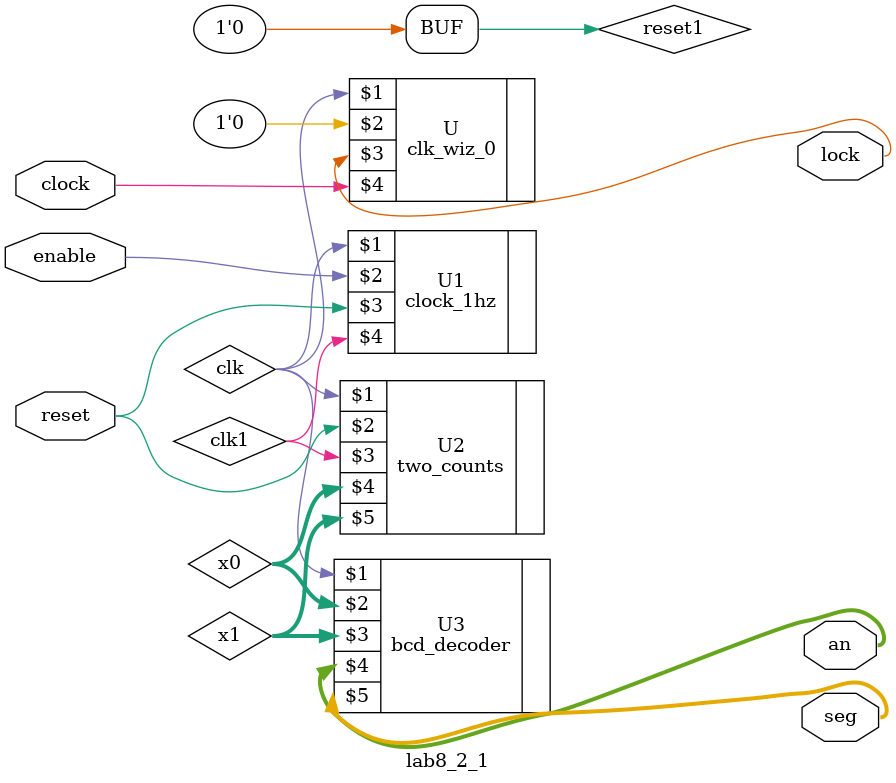
<source format=v>
`timescale 1ns / 1ps


module lab8_2_1(
    input clock,reset,enable,
    output lock,
    output [6:0]seg,
    output [7:0]an
    );
    wire [3:0]x0,x1;
    wire clk1,clk,reset1,ce;//clk 5M
    assign reset1=0;
    clk_wiz_0 U (clk,reset1,lock,clock);
    clock_1hz U1 (clk,enable,reset,clk1);
    two_counts U2 (clk,reset,clk1,x0,x1);
    bcd_decoder U3 (clk,x0,x1,an,seg);
endmodule

</source>
